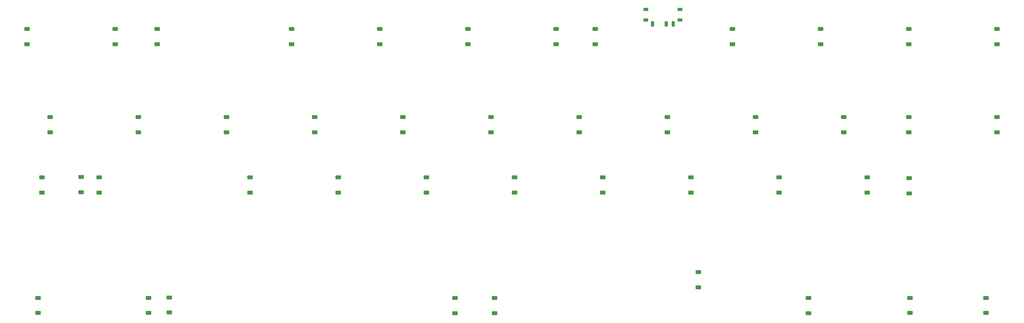
<source format=gbp>
G04 #@! TF.GenerationSoftware,KiCad,Pcbnew,7.0.11-7.0.11~ubuntu22.04.1*
G04 #@! TF.CreationDate,2024-05-14T18:32:02+02:00*
G04 #@! TF.ProjectId,alpha4,616c7068-6134-42e6-9b69-6361645f7063,rev?*
G04 #@! TF.SameCoordinates,Original*
G04 #@! TF.FileFunction,Paste,Bot*
G04 #@! TF.FilePolarity,Positive*
%FSLAX46Y46*%
G04 Gerber Fmt 4.6, Leading zero omitted, Abs format (unit mm)*
G04 Created by KiCad (PCBNEW 7.0.11-7.0.11~ubuntu22.04.1) date 2024-05-14 18:32:02*
%MOMM*%
%LPD*%
G01*
G04 APERTURE LIST*
G04 Aperture macros list*
%AMRoundRect*
0 Rectangle with rounded corners*
0 $1 Rounding radius*
0 $2 $3 $4 $5 $6 $7 $8 $9 X,Y pos of 4 corners*
0 Add a 4 corners polygon primitive as box body*
4,1,4,$2,$3,$4,$5,$6,$7,$8,$9,$2,$3,0*
0 Add four circle primitives for the rounded corners*
1,1,$1+$1,$2,$3*
1,1,$1+$1,$4,$5*
1,1,$1+$1,$6,$7*
1,1,$1+$1,$8,$9*
0 Add four rect primitives between the rounded corners*
20,1,$1+$1,$2,$3,$4,$5,0*
20,1,$1+$1,$4,$5,$6,$7,0*
20,1,$1+$1,$6,$7,$8,$9,0*
20,1,$1+$1,$8,$9,$2,$3,0*%
G04 Aperture macros list end*
%ADD10RoundRect,0.225000X0.375000X-0.225000X0.375000X0.225000X-0.375000X0.225000X-0.375000X-0.225000X0*%
%ADD11RoundRect,0.225000X-0.375000X0.225000X-0.375000X-0.225000X0.375000X-0.225000X0.375000X0.225000X0*%
%ADD12RoundRect,0.090000X-0.210000X-0.535000X0.210000X-0.535000X0.210000X0.535000X-0.210000X0.535000X0*%
%ADD13RoundRect,0.105000X-0.445000X0.245000X-0.445000X-0.245000X0.445000X-0.245000X0.445000X0.245000X0*%
G04 APERTURE END LIST*
D10*
X63655000Y-55255000D03*
X63655000Y-51955000D03*
X139855000Y-55255000D03*
X139855000Y-51955000D03*
X249155000Y-36205000D03*
X249155000Y-32905000D03*
D11*
X163930000Y-65005000D03*
X163930000Y-68305000D03*
D10*
X101755000Y-55255000D03*
X101755000Y-51955000D03*
X44605000Y-55255000D03*
X44605000Y-51955000D03*
X208400000Y-94400000D03*
X208400000Y-91100000D03*
X184570000Y-88790000D03*
X184570000Y-85490000D03*
X58655000Y-36205000D03*
X58655000Y-32905000D03*
X120805000Y-55255000D03*
X120805000Y-51955000D03*
X230105000Y-55255000D03*
X230105000Y-51955000D03*
D11*
X221080000Y-65005000D03*
X221080000Y-68305000D03*
D10*
X230342500Y-94355000D03*
X230342500Y-91055000D03*
X230105000Y-36205000D03*
X230105000Y-32905000D03*
D11*
X87730000Y-65005000D03*
X87730000Y-68305000D03*
D10*
X70310000Y-94270000D03*
X70310000Y-90970000D03*
X177955000Y-55255000D03*
X177955000Y-51955000D03*
X158905000Y-55255000D03*
X158905000Y-51955000D03*
X115805000Y-36205000D03*
X115805000Y-32905000D03*
X96755000Y-36205000D03*
X96755000Y-32905000D03*
X67705000Y-36205000D03*
X67705000Y-32905000D03*
D11*
X55170000Y-65002500D03*
X55170000Y-68302500D03*
D10*
X82705000Y-55255000D03*
X82705000Y-51955000D03*
X134855000Y-36205000D03*
X134855000Y-32905000D03*
X153905000Y-36205000D03*
X153905000Y-32905000D03*
D11*
X182980000Y-65005000D03*
X182980000Y-68305000D03*
X125830000Y-65005000D03*
X125830000Y-68305000D03*
D12*
X174680000Y-31810000D03*
X177680000Y-31810000D03*
X179180000Y-31810000D03*
D13*
X180630000Y-30960000D03*
X180630000Y-28660000D03*
X173230000Y-30960000D03*
X173230000Y-28660000D03*
D10*
X192005000Y-36205000D03*
X192005000Y-32905000D03*
D11*
X51290000Y-64960000D03*
X51290000Y-68260000D03*
D10*
X249155000Y-55255000D03*
X249155000Y-51955000D03*
D11*
X202030000Y-65005000D03*
X202030000Y-68305000D03*
D10*
X39605000Y-36205000D03*
X39605000Y-32905000D03*
X132050000Y-94390000D03*
X132050000Y-91090000D03*
D11*
X106780000Y-65005000D03*
X106780000Y-68305000D03*
D10*
X216055000Y-55255000D03*
X216055000Y-51955000D03*
X246773750Y-94355000D03*
X246773750Y-91055000D03*
X197005000Y-55255000D03*
X197005000Y-51955000D03*
D11*
X144880000Y-65005000D03*
X144880000Y-68305000D03*
D10*
X211055000Y-36205000D03*
X211055000Y-32905000D03*
X162360000Y-36247500D03*
X162360000Y-32947500D03*
X140610000Y-94390000D03*
X140610000Y-91090000D03*
D11*
X230200000Y-65150000D03*
X230200000Y-68450000D03*
D10*
X65798750Y-94355000D03*
X65798750Y-91055000D03*
X41986250Y-94355000D03*
X41986250Y-91055000D03*
D11*
X42800000Y-64992500D03*
X42800000Y-68292500D03*
M02*

</source>
